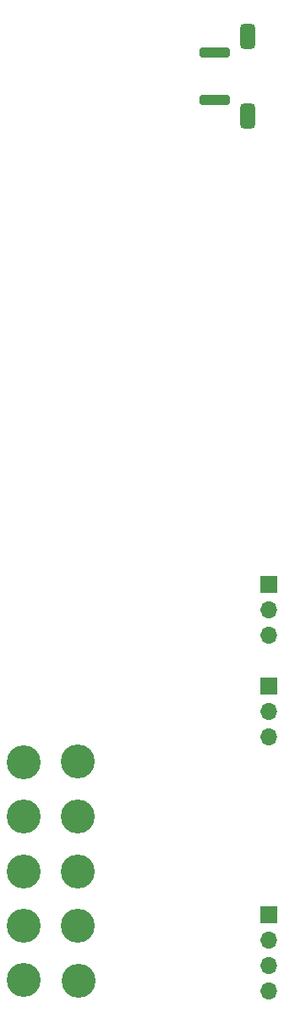
<source format=gbs>
%TF.GenerationSoftware,KiCad,Pcbnew,7.0.10*%
%TF.CreationDate,2024-03-06T19:49:30-08:00*%
%TF.ProjectId,462FinalProject,34363246-696e-4616-9c50-726f6a656374,rev?*%
%TF.SameCoordinates,Original*%
%TF.FileFunction,Soldermask,Bot*%
%TF.FilePolarity,Negative*%
%FSLAX46Y46*%
G04 Gerber Fmt 4.6, Leading zero omitted, Abs format (unit mm)*
G04 Created by KiCad (PCBNEW 7.0.10) date 2024-03-06 19:49:30*
%MOMM*%
%LPD*%
G01*
G04 APERTURE LIST*
G04 Aperture macros list*
%AMRoundRect*
0 Rectangle with rounded corners*
0 $1 Rounding radius*
0 $2 $3 $4 $5 $6 $7 $8 $9 X,Y pos of 4 corners*
0 Add a 4 corners polygon primitive as box body*
4,1,4,$2,$3,$4,$5,$6,$7,$8,$9,$2,$3,0*
0 Add four circle primitives for the rounded corners*
1,1,$1+$1,$2,$3*
1,1,$1+$1,$4,$5*
1,1,$1+$1,$6,$7*
1,1,$1+$1,$8,$9*
0 Add four rect primitives between the rounded corners*
20,1,$1+$1,$2,$3,$4,$5,0*
20,1,$1+$1,$4,$5,$6,$7,0*
20,1,$1+$1,$6,$7,$8,$9,0*
20,1,$1+$1,$8,$9,$2,$3,0*%
G04 Aperture macros list end*
%ADD10C,3.400000*%
%ADD11RoundRect,0.375000X-0.375000X0.875000X-0.375000X-0.875000X0.375000X-0.875000X0.375000X0.875000X0*%
%ADD12RoundRect,0.200000X1.300000X-0.300000X1.300000X0.300000X-1.300000X0.300000X-1.300000X-0.300000X0*%
%ADD13RoundRect,0.375000X0.375000X-0.875000X0.375000X0.875000X-0.375000X0.875000X-0.375000X-0.875000X0*%
%ADD14R,1.700000X1.700000*%
%ADD15O,1.700000X1.700000*%
G04 APERTURE END LIST*
D10*
%TO.C,TP6*%
X209551215Y-161572020D03*
%TD*%
%TO.C,TP8*%
X209530195Y-150568664D03*
%TD*%
%TO.C,TP3*%
X204080195Y-150568664D03*
%TD*%
%TO.C,TP9*%
X209530195Y-156018664D03*
%TD*%
D11*
%TO.C,J3*%
X226520000Y-75120000D03*
D12*
X223220000Y-73520000D03*
X223220000Y-68720000D03*
D13*
X226520000Y-67120000D03*
%TD*%
D10*
%TO.C,TP1*%
X204080195Y-139668664D03*
%TD*%
%TO.C,TP7*%
X209530195Y-145118664D03*
%TD*%
D14*
%TO.C,J4*%
X228600000Y-121920000D03*
D15*
X228600000Y-124460000D03*
X228600000Y-127000000D03*
%TD*%
D10*
%TO.C,TP10*%
X209462421Y-139635046D03*
%TD*%
D14*
%TO.C,J2*%
X228600000Y-132080000D03*
D15*
X228600000Y-134620000D03*
X228600000Y-137160000D03*
%TD*%
D10*
%TO.C,TP5*%
X204080195Y-161468664D03*
%TD*%
D14*
%TO.C,J5*%
X228600000Y-154940000D03*
D15*
X228600000Y-157480000D03*
X228600000Y-160020000D03*
X228600000Y-162560000D03*
%TD*%
D10*
%TO.C,TP4*%
X204080195Y-156018664D03*
%TD*%
%TO.C,TP2*%
X204080195Y-145118664D03*
%TD*%
M02*

</source>
